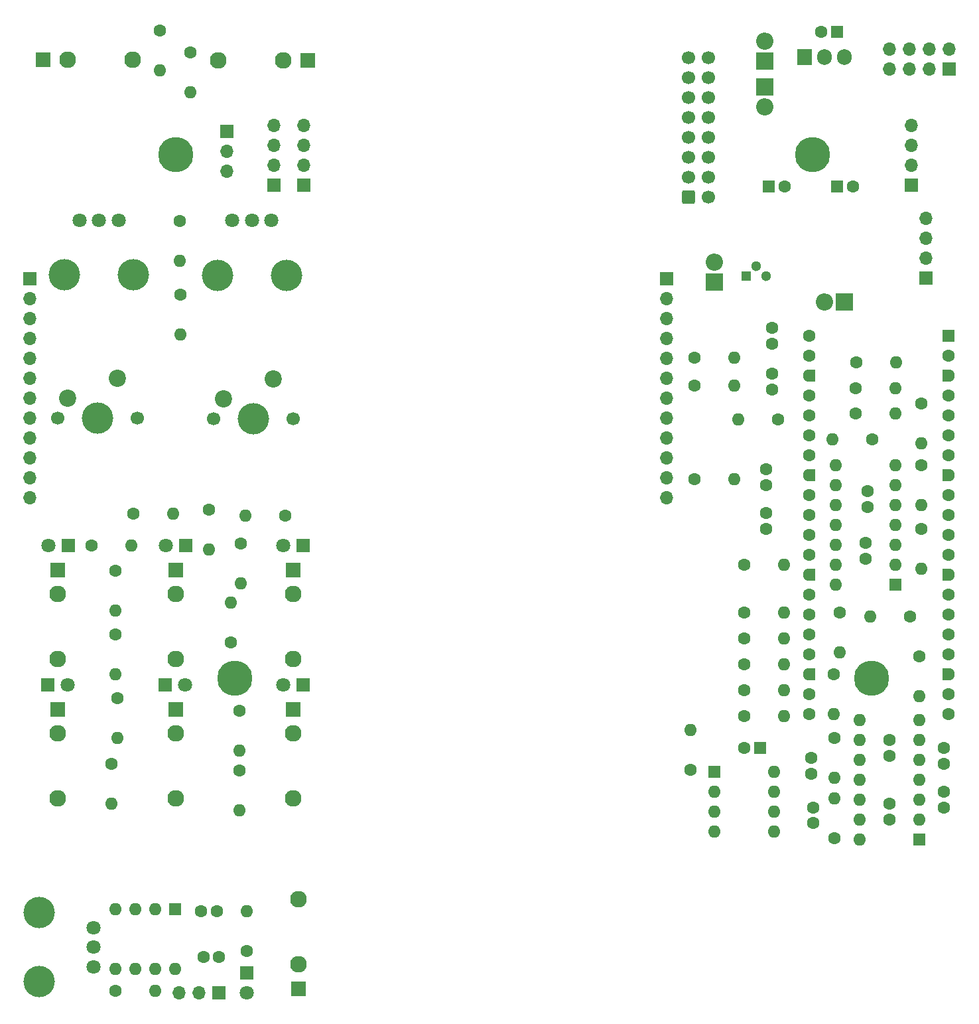
<source format=gbr>
%TF.GenerationSoftware,KiCad,Pcbnew,7.0.9*%
%TF.CreationDate,2023-12-07T20:54:36+01:00*%
%TF.ProjectId,euroPI-kicad_incl_555_clock,6575726f-5049-42d6-9b69-6361645f696e,rev?*%
%TF.SameCoordinates,Original*%
%TF.FileFunction,Soldermask,Top*%
%TF.FilePolarity,Negative*%
%FSLAX46Y46*%
G04 Gerber Fmt 4.6, Leading zero omitted, Abs format (unit mm)*
G04 Created by KiCad (PCBNEW 7.0.9) date 2023-12-07 20:54:36*
%MOMM*%
%LPD*%
G01*
G04 APERTURE LIST*
G04 Aperture macros list*
%AMRoundRect*
0 Rectangle with rounded corners*
0 $1 Rounding radius*
0 $2 $3 $4 $5 $6 $7 $8 $9 X,Y pos of 4 corners*
0 Add a 4 corners polygon primitive as box body*
4,1,4,$2,$3,$4,$5,$6,$7,$8,$9,$2,$3,0*
0 Add four circle primitives for the rounded corners*
1,1,$1+$1,$2,$3*
1,1,$1+$1,$4,$5*
1,1,$1+$1,$6,$7*
1,1,$1+$1,$8,$9*
0 Add four rect primitives between the rounded corners*
20,1,$1+$1,$2,$3,$4,$5,0*
20,1,$1+$1,$4,$5,$6,$7,0*
20,1,$1+$1,$6,$7,$8,$9,0*
20,1,$1+$1,$8,$9,$2,$3,0*%
%AMFreePoly0*
4,1,28,0.605014,0.794986,0.644504,0.794986,0.724698,0.756366,0.780194,0.686777,0.800000,0.600000,0.800000,-0.600000,0.780194,-0.686777,0.724698,-0.756366,0.644504,-0.794986,0.605014,-0.794986,0.600000,-0.800000,0.000000,-0.800000,-0.178017,-0.779942,-0.347107,-0.720775,-0.498792,-0.625465,-0.625465,-0.498792,-0.720775,-0.347107,-0.779942,-0.178017,-0.800000,0.000000,-0.779942,0.178017,
-0.720775,0.347107,-0.625465,0.498792,-0.498792,0.625465,-0.347107,0.720775,-0.178017,0.779942,0.000000,0.800000,0.600000,0.800000,0.605014,0.794986,0.605014,0.794986,$1*%
%AMFreePoly1*
4,1,28,0.178017,0.779942,0.347107,0.720775,0.498792,0.625465,0.625465,0.498792,0.720775,0.347107,0.779942,0.178017,0.800000,0.000000,0.779942,-0.178017,0.720775,-0.347107,0.625465,-0.498792,0.498792,-0.625465,0.347107,-0.720775,0.178017,-0.779942,0.000000,-0.800000,-0.600000,-0.800000,-0.605014,-0.794986,-0.644504,-0.794986,-0.724698,-0.756366,-0.780194,-0.686777,-0.800000,-0.600000,
-0.800000,0.600000,-0.780194,0.686777,-0.724698,0.756366,-0.644504,0.794986,-0.605014,0.794986,-0.600000,0.800000,0.000000,0.800000,0.178017,0.779942,0.178017,0.779942,$1*%
G04 Aperture macros list end*
%ADD10R,1.600000X1.600000*%
%ADD11O,1.600000X1.600000*%
%ADD12C,1.600000*%
%ADD13R,1.700000X1.700000*%
%ADD14O,1.700000X1.700000*%
%ADD15R,1.830000X1.930000*%
%ADD16C,2.130000*%
%ADD17R,1.930000X1.830000*%
%ADD18R,1.800000X1.800000*%
%ADD19C,1.800000*%
%ADD20C,3.100000*%
%ADD21C,4.500000*%
%ADD22R,2.200000X2.200000*%
%ADD23O,2.200000X2.200000*%
%ADD24C,4.000000*%
%ADD25C,1.700000*%
%ADD26C,2.200000*%
%ADD27R,1.300000X1.300000*%
%ADD28C,1.300000*%
%ADD29RoundRect,0.200000X0.600000X0.600000X-0.600000X0.600000X-0.600000X-0.600000X0.600000X-0.600000X0*%
%ADD30FreePoly0,180.000000*%
%ADD31FreePoly1,180.000000*%
%ADD32RoundRect,0.250000X-0.600000X-0.600000X0.600000X-0.600000X0.600000X0.600000X-0.600000X0.600000X0*%
%ADD33R,1.905000X2.000000*%
%ADD34O,1.905000X2.000000*%
G04 APERTURE END LIST*
D10*
%TO.C,O3*%
X196596000Y-131572000D03*
D11*
X196596000Y-129032000D03*
X196596000Y-126492000D03*
X196596000Y-123952000D03*
X196596000Y-121412000D03*
X196596000Y-118872000D03*
X196596000Y-116332000D03*
X188976000Y-116332000D03*
X188976000Y-118872000D03*
X188976000Y-121412000D03*
X188976000Y-123952000D03*
X188976000Y-126492000D03*
X188976000Y-129032000D03*
X188976000Y-131572000D03*
%TD*%
D12*
%TO.C,R21*%
X196850000Y-83820000D03*
D11*
X196850000Y-88900000D03*
%TD*%
D12*
%TO.C,R16*%
X93980000Y-105410000D03*
D11*
X93980000Y-110490000D03*
%TD*%
D12*
%TO.C,R24*%
X167894000Y-70104000D03*
D11*
X172974000Y-70104000D03*
%TD*%
D12*
%TO.C,R6*%
X174244000Y-105918000D03*
D11*
X179324000Y-105918000D03*
%TD*%
D13*
%TO.C,J14*%
X108204000Y-41284000D03*
D14*
X108204000Y-43824000D03*
X108204000Y-46364000D03*
%TD*%
D12*
%TO.C,R17*%
X108712000Y-106455000D03*
D11*
X108712000Y-101375000D03*
%TD*%
D12*
%TO.C,R20*%
X102235000Y-62112000D03*
D11*
X102235000Y-67192000D03*
%TD*%
D15*
%TO.C,J8*%
X84720648Y-32140000D03*
D16*
X96120648Y-32140000D03*
X87820648Y-32140000D03*
%TD*%
D12*
%TO.C,R41*%
X110744000Y-145796000D03*
D11*
X110744000Y-140716000D03*
%TD*%
D12*
%TO.C,R30*%
X188468000Y-74041000D03*
D11*
X193548000Y-74041000D03*
%TD*%
D17*
%TO.C,J4*%
X86614000Y-114974000D03*
D16*
X86614000Y-126374000D03*
X86614000Y-118074000D03*
%TD*%
D18*
%TO.C,LED6*%
X117872648Y-111896000D03*
D19*
X115332648Y-111896000D03*
%TD*%
D12*
%TO.C,R26*%
X178562000Y-77978000D03*
D11*
X173482000Y-77978000D03*
%TD*%
D20*
%TO.C,H4*%
X109220000Y-110998000D03*
D21*
X109220000Y-110998000D03*
%TD*%
D12*
%TO.C,R22*%
X196850000Y-91948000D03*
D11*
X196850000Y-97028000D03*
%TD*%
D10*
%TO.C,U3*%
X101600000Y-140462000D03*
D11*
X99060000Y-140462000D03*
X96520000Y-140462000D03*
X93980000Y-140462000D03*
X93980000Y-148082000D03*
X96520000Y-148082000D03*
X99060000Y-148082000D03*
X101600000Y-148082000D03*
%TD*%
D12*
%TO.C,R13*%
X90903000Y-94116000D03*
D11*
X95983000Y-94116000D03*
%TD*%
D12*
%TO.C,R31*%
X195355000Y-103124000D03*
D11*
X190275000Y-103124000D03*
%TD*%
D22*
%TO.C,D2*%
X187004000Y-62992000D03*
D23*
X184464000Y-62992000D03*
%TD*%
D10*
%TO.C,C16*%
X177352000Y-48260000D03*
D12*
X179352000Y-48260000D03*
%TD*%
%TO.C,R11*%
X94234000Y-113538000D03*
D11*
X94234000Y-118618000D03*
%TD*%
D12*
%TO.C,Rx1*%
X93980000Y-150876000D03*
D11*
X99060000Y-150876000D03*
%TD*%
D12*
%TO.C,R23*%
X167386000Y-122682000D03*
D11*
X167386000Y-117602000D03*
%TD*%
D20*
%TO.C,H2*%
X190500000Y-110998000D03*
D21*
X190500000Y-110998000D03*
%TD*%
D24*
%TO.C,VR3*%
X84186000Y-149728000D03*
X84186000Y-140928000D03*
D19*
X91186000Y-142828000D03*
X91186000Y-145328000D03*
X91186000Y-147828000D03*
%TD*%
D17*
%TO.C,J2*%
X101605824Y-97194000D03*
D16*
X101605824Y-108594000D03*
X101605824Y-100294000D03*
%TD*%
D10*
%TO.C,O1*%
X170434000Y-122936000D03*
D11*
X170434000Y-125476000D03*
X170434000Y-128016000D03*
X170434000Y-130556000D03*
X178054000Y-130556000D03*
X178054000Y-128016000D03*
X178054000Y-125476000D03*
X178054000Y-122936000D03*
%TD*%
D12*
%TO.C,R18*%
X109739648Y-115140000D03*
D11*
X109739648Y-120220000D03*
%TD*%
D12*
%TO.C,R29*%
X188468000Y-77216000D03*
D11*
X193548000Y-77216000D03*
%TD*%
D12*
%TO.C,C11*%
X177038000Y-84360000D03*
X177038000Y-86360000D03*
%TD*%
D25*
%TO.C,SW2*%
X86614000Y-77860000D03*
D24*
X91694000Y-77860000D03*
D25*
X96774000Y-77860000D03*
D26*
X94234000Y-72780000D03*
X87884000Y-75320000D03*
%TD*%
D12*
%TO.C,C14*%
X177038000Y-91948000D03*
X177038000Y-89948000D03*
%TD*%
D23*
%TO.C,D3*%
X176844000Y-38100000D03*
D22*
X176844000Y-35560000D03*
%TD*%
D12*
%TO.C,R37*%
X196850000Y-75946000D03*
D11*
X196850000Y-81026000D03*
%TD*%
D22*
%TO.C,D1*%
X170434000Y-60452000D03*
D23*
X170434000Y-57912000D03*
%TD*%
D12*
%TO.C,R1*%
X174244000Y-96520000D03*
D11*
X179324000Y-96520000D03*
%TD*%
D12*
%TO.C,R19*%
X102119648Y-52714000D03*
D11*
X102119648Y-57794000D03*
%TD*%
D15*
%TO.C,J7*%
X118461000Y-32190800D03*
D16*
X107061000Y-32190800D03*
X115361000Y-32190800D03*
%TD*%
D22*
%TO.C,D4*%
X176844000Y-32258000D03*
D23*
X176844000Y-29718000D03*
%TD*%
D10*
%TO.C,C2*%
X186055000Y-28575000D03*
D12*
X184055000Y-28575000D03*
%TD*%
%TO.C,C18*%
X106902000Y-140716000D03*
X104902000Y-140716000D03*
%TD*%
D17*
%TO.C,J1*%
X86614000Y-97194000D03*
D16*
X86614000Y-108594000D03*
X86614000Y-100294000D03*
%TD*%
D12*
%TO.C,R5*%
X174244000Y-109220000D03*
D11*
X179324000Y-109220000D03*
%TD*%
D17*
%TO.C,J20*%
X117348000Y-150622000D03*
D16*
X117348000Y-139222000D03*
X117348000Y-147522000D03*
%TD*%
D13*
%TO.C,J11*%
X164338000Y-60080000D03*
D14*
X164338000Y-62620000D03*
X164338000Y-65160000D03*
X164338000Y-67700000D03*
X164338000Y-70240000D03*
X164338000Y-72780000D03*
X164338000Y-75320000D03*
X164338000Y-77860000D03*
X164338000Y-80400000D03*
X164338000Y-82940000D03*
X164338000Y-85480000D03*
X164338000Y-88020000D03*
%TD*%
D18*
%TO.C,LED5*%
X100330824Y-111896000D03*
D19*
X102870824Y-111896000D03*
%TD*%
D17*
%TO.C,J3*%
X116597648Y-97194000D03*
D16*
X116597648Y-108594000D03*
X116597648Y-100294000D03*
%TD*%
D12*
%TO.C,R32*%
X185684000Y-131469000D03*
D11*
X185684000Y-126389000D03*
%TD*%
D18*
%TO.C,LED7*%
X110744000Y-148585000D03*
D19*
X110744000Y-151125000D03*
%TD*%
D12*
%TO.C,R8*%
X105918000Y-89515000D03*
D11*
X105918000Y-94595000D03*
%TD*%
D12*
%TO.C,R28*%
X103516648Y-31142000D03*
D11*
X103516648Y-36222000D03*
%TD*%
D12*
%TO.C,R10*%
X93472000Y-121920000D03*
D11*
X93472000Y-127000000D03*
%TD*%
D10*
%TO.C,O5*%
X193548000Y-99112648D03*
D11*
X193548000Y-96572648D03*
X193548000Y-94032648D03*
X193548000Y-91492648D03*
X193548000Y-88952648D03*
X193548000Y-86412648D03*
X193548000Y-83872648D03*
X185928000Y-83872648D03*
X185928000Y-86412648D03*
X185928000Y-88952648D03*
X185928000Y-91492648D03*
X185928000Y-94032648D03*
X185928000Y-96572648D03*
X185928000Y-99112648D03*
%TD*%
D12*
%TO.C,R2*%
X174186000Y-102616000D03*
D11*
X179266000Y-102616000D03*
%TD*%
D13*
%TO.C,J18*%
X195516500Y-48142000D03*
D14*
X195516500Y-45602000D03*
X195516500Y-43062000D03*
X195516500Y-40522000D03*
%TD*%
D27*
%TO.C,Q1*%
X174498000Y-59690000D03*
D28*
X175768000Y-58420000D03*
X177038000Y-59690000D03*
%TD*%
D25*
%TO.C,SW1*%
X106451400Y-77885400D03*
D24*
X111531400Y-77885400D03*
D25*
X116611400Y-77885400D03*
D26*
X114071400Y-72805400D03*
X107721400Y-75345400D03*
%TD*%
D12*
%TO.C,R27*%
X99579648Y-28428000D03*
D11*
X99579648Y-33508000D03*
%TD*%
D17*
%TO.C,J5*%
X101605824Y-114974000D03*
D16*
X101605824Y-126374000D03*
X101605824Y-118074000D03*
%TD*%
D12*
%TO.C,R36*%
X167865000Y-85598000D03*
D11*
X172945000Y-85598000D03*
%TD*%
D12*
%TO.C,R25*%
X167865000Y-73660000D03*
D11*
X172945000Y-73660000D03*
%TD*%
D20*
%TO.C,H1*%
X182889200Y-44196000D03*
D21*
X182889200Y-44196000D03*
%TD*%
D12*
%TO.C,R9*%
X109982000Y-93862000D03*
D11*
X109982000Y-98942000D03*
%TD*%
D12*
%TO.C,R7*%
X93980000Y-97282000D03*
D11*
X93980000Y-102362000D03*
%TD*%
D12*
%TO.C,C7*%
X177800000Y-74168000D03*
X177800000Y-72168000D03*
%TD*%
%TO.C,R34*%
X196596000Y-108204000D03*
D11*
X196596000Y-113284000D03*
%TD*%
D24*
%TO.C,VR1*%
X115759400Y-59597400D03*
X106959400Y-59597400D03*
D19*
X108859400Y-52597400D03*
X111359400Y-52597400D03*
X113859400Y-52597400D03*
%TD*%
D10*
%TO.C,C15*%
X186055000Y-48260000D03*
D12*
X188055000Y-48260000D03*
%TD*%
D18*
%TO.C,LED2*%
X102880824Y-94116000D03*
D19*
X100340824Y-94116000D03*
%TD*%
D24*
%TO.C,VR2*%
X96232648Y-59587000D03*
X87432648Y-59587000D03*
D19*
X89332648Y-52587000D03*
X91832648Y-52587000D03*
X94332648Y-52587000D03*
%TD*%
D20*
%TO.C,H3*%
X101609200Y-44196000D03*
D21*
X101609200Y-44196000D03*
%TD*%
D12*
%TO.C,R3*%
X174244000Y-115824000D03*
D11*
X179324000Y-115824000D03*
%TD*%
D12*
%TO.C,R4*%
X174244000Y-112522000D03*
D11*
X179324000Y-112522000D03*
%TD*%
D12*
%TO.C,R39*%
X185674000Y-110490000D03*
D11*
X185674000Y-115570000D03*
%TD*%
D18*
%TO.C,LED4*%
X85339000Y-111896000D03*
D19*
X87879000Y-111896000D03*
%TD*%
D13*
%TO.C,J12*%
X117957600Y-48142000D03*
D14*
X117957600Y-45602000D03*
X117957600Y-43062000D03*
X117957600Y-40522000D03*
%TD*%
D12*
%TO.C,C17*%
X107188000Y-146558000D03*
X105188000Y-146558000D03*
%TD*%
%TO.C,R40*%
X186436000Y-102616000D03*
D11*
X186436000Y-107696000D03*
%TD*%
D17*
%TO.C,J6*%
X116597648Y-114974000D03*
D16*
X116597648Y-126374000D03*
X116597648Y-118074000D03*
%TD*%
D18*
%TO.C,LED3*%
X117872648Y-94116000D03*
D19*
X115332648Y-94116000D03*
%TD*%
D12*
%TO.C,R12*%
X109739648Y-122789000D03*
D11*
X109739648Y-127869000D03*
%TD*%
D12*
%TO.C,R38*%
X190555800Y-80518000D03*
D11*
X185475800Y-80518000D03*
%TD*%
D12*
%TO.C,R35*%
X188494800Y-70739000D03*
D11*
X193574800Y-70739000D03*
%TD*%
D12*
%TO.C,R14*%
X96266000Y-90052000D03*
D11*
X101346000Y-90052000D03*
%TD*%
D12*
%TO.C,C8*%
X177800000Y-68326000D03*
X177800000Y-66326000D03*
%TD*%
D18*
%TO.C,LED1*%
X87889000Y-94116000D03*
D19*
X85349000Y-94116000D03*
%TD*%
D12*
%TO.C,R15*%
X115581648Y-90306000D03*
D11*
X110501648Y-90306000D03*
%TD*%
D12*
%TO.C,R33*%
X185684000Y-118613000D03*
D11*
X185684000Y-123693000D03*
%TD*%
D10*
%TO.C,C1*%
X176215113Y-119888000D03*
D12*
X174215113Y-119888000D03*
%TD*%
D13*
%TO.C,J16*%
X200406000Y-33274000D03*
D14*
X197866000Y-33274000D03*
X195326000Y-33274000D03*
X192786000Y-33274000D03*
X200406000Y-30734000D03*
X197866000Y-30734000D03*
X195326000Y-30734000D03*
X192786000Y-30734000D03*
%TD*%
D13*
%TO.C,J15*%
X197418000Y-59944000D03*
D14*
X197418000Y-57404000D03*
X197418000Y-54864000D03*
X197418000Y-52324000D03*
%TD*%
D12*
%TO.C,C3*%
X189992000Y-89138000D03*
X189992000Y-87138000D03*
%TD*%
D29*
%TO.C,U2*%
X200246000Y-67341400D03*
D12*
X200246000Y-69881400D03*
D30*
X200246000Y-72421400D03*
D12*
X200246000Y-74961400D03*
X200246000Y-77501400D03*
X200246000Y-80041400D03*
X200246000Y-82581400D03*
D30*
X200246000Y-85121400D03*
D12*
X200246000Y-87661400D03*
X200246000Y-90201400D03*
X200246000Y-92741400D03*
X200246000Y-95281400D03*
D30*
X200246000Y-97821400D03*
D12*
X200246000Y-100361400D03*
X200246000Y-102901400D03*
X200246000Y-105441400D03*
X200246000Y-107981400D03*
D30*
X200246000Y-110521400D03*
D12*
X200246000Y-113061400D03*
X200246000Y-115601400D03*
X182466000Y-115601400D03*
X182466000Y-113061400D03*
D31*
X182466000Y-110521400D03*
D12*
X182466000Y-107981400D03*
X182466000Y-105441400D03*
X182466000Y-102901400D03*
X182466000Y-100361400D03*
D31*
X182466000Y-97821400D03*
D12*
X182466000Y-95281400D03*
X182466000Y-92741400D03*
X182466000Y-90201400D03*
X182466000Y-87661400D03*
D31*
X182466000Y-85121400D03*
D12*
X182466000Y-82581400D03*
X182466000Y-80041400D03*
X182466000Y-77501400D03*
X182466000Y-74961400D03*
D31*
X182466000Y-72421400D03*
D12*
X182466000Y-69881400D03*
X182466000Y-67341400D03*
%TD*%
%TO.C,C5*%
X192786000Y-120904000D03*
X192786000Y-118904000D03*
%TD*%
D13*
%TO.C,J21*%
X107188000Y-151130000D03*
D14*
X104648000Y-151130000D03*
X102108000Y-151130000D03*
%TD*%
D13*
%TO.C,J19*%
X114211500Y-48142000D03*
D14*
X114211500Y-45602000D03*
X114211500Y-43062000D03*
X114211500Y-40522000D03*
%TD*%
D12*
%TO.C,C12*%
X183017000Y-129503000D03*
X183017000Y-127503000D03*
%TD*%
D13*
%TO.C,J17*%
X83058000Y-60080000D03*
D14*
X83058000Y-62620000D03*
X83058000Y-65160000D03*
X83058000Y-67700000D03*
X83058000Y-70240000D03*
X83058000Y-72780000D03*
X83058000Y-75320000D03*
X83058000Y-77860000D03*
X83058000Y-80400000D03*
X83058000Y-82940000D03*
X83058000Y-85480000D03*
X83058000Y-88020000D03*
%TD*%
D12*
%TO.C,C4*%
X189738000Y-95758000D03*
X189738000Y-93758000D03*
%TD*%
D32*
%TO.C,J10*%
X167132000Y-49666000D03*
D25*
X169672000Y-49666000D03*
X167132000Y-47126000D03*
X169672000Y-47126000D03*
X167132000Y-44586000D03*
X169672000Y-44586000D03*
X167132000Y-42046000D03*
X169672000Y-42046000D03*
X167132000Y-39506000D03*
X169672000Y-39506000D03*
X167132000Y-36966000D03*
X169672000Y-36966000D03*
X167132000Y-34426000D03*
X169672000Y-34426000D03*
X167132000Y-31886000D03*
X169672000Y-31886000D03*
%TD*%
D12*
%TO.C,C10*%
X199664000Y-121904600D03*
X199664000Y-119904600D03*
%TD*%
%TO.C,C13*%
X182763000Y-121185000D03*
X182763000Y-123185000D03*
%TD*%
%TO.C,C9*%
X199664000Y-127492600D03*
X199664000Y-125492600D03*
%TD*%
D33*
%TO.C,U1*%
X181924000Y-31750000D03*
D34*
X184464000Y-31750000D03*
X187004000Y-31750000D03*
%TD*%
D12*
%TO.C,C6*%
X192786000Y-129032000D03*
X192786000Y-127032000D03*
%TD*%
M02*

</source>
